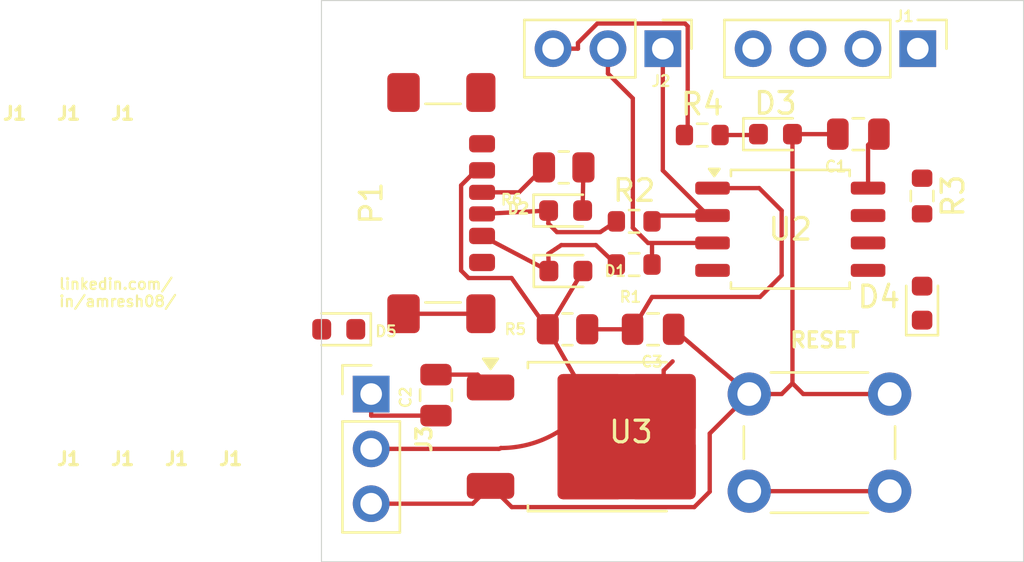
<source format=kicad_pcb>
(kicad_pcb (version 20240108) (generator "pcbnew") (generator_version "8.0")
  (layers (0 "F.Cu" signal) (31 "B.Cu" signal) (34 "B.Paste" user) (35 "F.Paste" user) (36 "B.SilkS" user "B.Silkscreen") (37 "F.SilkS" user "F.Silkscreen") (38 "B.Mask" user) (39 "F.Mask" user) (44 "Edge.Cuts" user))
  (net 0 "")
  (net 1 "/5V")
  (net 2 "Net-(U2-VCC)")
  (net 3 "/Vin")
  (net 4 "Net-(D5-K)")
  (net 5 "Net-(U2-~{RESET}{slash}PB5)")
  (net 6 "Net-(D1-K)")
  (net 7 "Net-(D2-K)")
  (net 8 "Net-(J2-Pin_1)")
  (net 9 "Net-(J2-Pin_2)")
  (net 10 "Net-(J1-Pin_2)")
  (net 11 "Net-(D4-A)")
  (net 12 "Net-(D3-K)")
  (net 13 "Net-(P1-CC)")
  (net 14 "Net-(J1-Pin_1)")
  (net 15 "Net-(J1-Pin_3)")
  (net 16 "Net-(D5-A)")
  (net 17 "/B9")
  (footprint "Package_TO_SOT_SMD:TO-252-2" (layer "F.Cu") (at 145.565 107.475)
    (property "Reference" "U3" (at 1.46 -0.22 0) (layer "F.SilkS"))
    (property "Value" "MC78M05_TO252" (hide yes))
    (fp_line (start -3.31 -3.45) (end -3.31 -3.18) (stroke (width 0.12)) (layer "F.SilkS"))
    (fp_line (start -3.31 3.45) (end -3.31 3.18) (stroke (width 0.12)) (layer "F.SilkS"))
    (fp_line (start 3.11 -3.45) (end -3.31 -3.45) (stroke (width 0.12)) (layer "F.SilkS"))
    (fp_line (start 3.11 3.45) (end -3.31 3.45) (stroke (width 0.12)) (layer "F.SilkS"))
    (fp_poly (pts (xy -5.04 -3.14) (xy -5.38 -3.61) (xy -4.7 -3.61) (xy -5.04 -3.14)) (stroke (width 0.12)) (fill solid) (layer "F.SilkS"))
    (pad "1" smd roundrect (at -5.04 -2.28) (size 2.2 1.2) (layers "F.Cu" "F.Paste" "F.Mask") (roundrect_rratio 0.208333) (net 4 "Net-(D5-K)"))
    (pad "2" smd roundrect (at -0.415 -1.525) (size 3.05 2.75) (layers "F.Cu" "F.Paste") (roundrect_rratio 0.090909) (net 17 "/B9"))
    (pad "2" smd roundrect (at -0.415 1.525) (size 3.05 2.75) (layers "F.Cu" "F.Paste") (roundrect_rratio 0.090909) (net 17 "/B9"))
    (pad "2" smd roundrect (at 1.26 0) (size 6.4 5.8) (layers "F.Cu" "F.Mask") (roundrect_rratio 0.043103) (net 17 "/B9"))
    (pad "2" smd roundrect (at 2.935 -1.525) (size 3.05 2.75) (layers "F.Cu" "F.Paste") (roundrect_rratio 0.090909) (net 17 "/B9"))
    (pad "2" smd roundrect (at 2.935 1.525) (size 3.05 2.75) (layers "F.Cu" "F.Paste") (roundrect_rratio 0.090909) (net 17 "/B9"))
    (pad "3" smd roundrect (at -5.04 2.28) (size 2.2 1.2) (layers "F.Cu" "F.Paste" "F.Mask") (roundrect_rratio 0.208333) (net 1 "/5V"))
  )
  (footprint "LED_SMD:LED_0603_1608Metric" (layer "F.Cu") (at 160.5 101.2875 90)
    (property "Reference" "D4" (at 0.2875 -2 360) (layer "F.SilkS"))
    (property "Value" "ONBOARD BLUE LED" (hide yes))
    (fp_line (start 0.8 -0.735) (end -1.485 -0.735) (stroke (width 0.12)) (layer "F.SilkS"))
    (fp_line (start -1.485 -0.735) (end -1.485 0.735) (stroke (width 0.12)) (layer "F.SilkS"))
    (fp_line (start -1.485 0.735) (end 0.8 0.735) (stroke (width 0.12)) (layer "F.SilkS"))
    (pad "1" smd roundrect (at -0.7875 0 90) (size 0.875 0.95) (layers "F.Cu" "F.Paste" "F.Mask") (net 17 "/B9"))
    (pad "2" smd roundrect (at 0.7875 0 90) (size 0.875 0.95) (layers "F.Cu" "F.Paste" "F.Mask") (net 11 "Net-(D4-A)"))
  )
  (footprint "Diode_SMD:D_0603_1608Metric" (layer "F.Cu") (at 144.0125 99.8)
    (property "Reference" "D1" (at 2.2875 0 360) (layer "F.SilkS") (effects (font (size 0.5 0.5) (thickness 0.1) (bold yes))))
    (property "Value" "3.6V" (hide yes))
    (fp_line (start -1.485 -0.735) (end -1.485 0.735) (stroke (width 0.12)) (layer "F.SilkS"))
    (fp_line (start -1.485 0.735) (end 0.8 0.735) (stroke (width 0.12)) (layer "F.SilkS"))
    (fp_line (start 0.8 -0.735) (end -1.485 -0.735) (stroke (width 0.12)) (layer "F.SilkS"))
    (pad "1" smd roundrect (at -0.7875 0) (size 0.875 0.95) (layers "F.Cu" "F.Paste" "F.Mask") (net 6 "Net-(D1-K)"))
    (pad "2" smd roundrect (at 0.7875 0) (size 0.875 0.95) (layers "F.Cu" "F.Paste" "F.Mask") (net 17 "/B9"))
  )
  (footprint "Capacitor_SMD:C_0805_2012Metric" (layer "F.Cu") (at 148.05 102.5)
    (property "Reference" "C3" (at -0.05 1.5 0) (layer "F.SilkS") (effects (font (size 0.5 0.5) (thickness 0.1) (bold yes))))
    (property "Value" "0.1uF" (hide yes))
    (fp_line (start -0.261252 -0.735) (end 0.261252 -0.735) (stroke (width 0.12)) (layer "F.SilkS"))
    (fp_line (start -0.261252 0.735) (end 0.261252 0.735) (stroke (width 0.12)) (layer "F.SilkS"))
    (pad "1" smd roundrect (at -0.95 0) (size 1 1.45) (layers "F.Cu" "F.Paste" "F.Mask") (net 5 "Net-(U2-~{RESET}{slash}PB5)"))
    (pad "2" smd roundrect (at 0.95 0) (size 1 1.45) (layers "F.Cu" "F.Paste" "F.Mask") (net 1 "/5V"))
  )
  (footprint "Resistor_SMD:R_0805_2012Metric" (layer "F.Cu") (at 143.9125 95)
    (property "Reference" "R6" (at -2.4125 1.5 0) (layer "F.SilkS") (effects (font (size 0.5 0.5) (thickness 0.1) (bold yes))))
    (property "Value" "5.1kR" (hide yes))
    (fp_line (start -0.227064 -0.735) (end 0.227064 -0.735) (stroke (width 0.12)) (layer "F.SilkS"))
    (fp_line (start -0.227064 0.735) (end 0.227064 0.735) (stroke (width 0.12)) (layer "F.SilkS"))
    (pad "1" smd roundrect (at -0.9125 0) (size 1.025 1.4) (layers "F.Cu" "F.Paste" "F.Mask") (roundrect_rratio 0.243902) (net 13 "Net-(P1-CC)"))
    (pad "2" smd roundrect (at 0.9125 0) (size 1.025 1.4) (layers "F.Cu" "F.Paste" "F.Mask") (roundrect_rratio 0.243902) (net 17 "/B9"))
  )
  (footprint "Diode_SMD:D_0603_1608Metric" (layer "F.Cu") (at 144 97)
    (property "Reference" "D2" (at -2.1875 -0.095 360) (layer "F.SilkS") (effects (font (size 0.5 0.5) (thickness 0.125))))
    (property "Value" "3.6V" (hide yes))
    (fp_line (start -1.485 -0.735) (end -1.485 0.735) (stroke (width 0.12)) (layer "F.SilkS"))
    (fp_line (start -1.485 0.735) (end 0.8 0.735) (stroke (width 0.12)) (layer "F.SilkS"))
    (fp_line (start 0.8 -0.735) (end -1.485 -0.735) (stroke (width 0.12)) (layer "F.SilkS"))
    (pad "1" smd roundrect (at -0.7875 0) (size 0.875 0.95) (layers "F.Cu" "F.Paste" "F.Mask") (net 7 "Net-(D2-K)"))
    (pad "2" smd roundrect (at 0.7875 0) (size 0.875 0.95) (layers "F.Cu" "F.Paste" "F.Mask") (net 17 "/B9"))
  )
  (footprint "Resistor_SMD:R_0603_1608Metric" (layer "F.Cu") (at 147.175 99.5)
    (property "Reference" "R1" (at -0.175 1.5 0) (layer "F.SilkS") (effects (font (size 0.5 0.5) (thickness 0.1) (bold yes))))
    (property "Value" "68R" (hide yes))
    (fp_line (start -0.237258 -0.5225) (end 0.237258 -0.5225) (stroke (width 0.12)) (layer "F.SilkS"))
    (fp_line (start -0.237258 0.5225) (end 0.237258 0.5225) (stroke (width 0.12)) (layer "F.SilkS"))
    (pad "1" smd roundrect (at -0.825 0) (size 0.8 0.95) (layers "F.Cu" "F.Paste" "F.Mask") (net 6 "Net-(D1-K)"))
    (pad "2" smd roundrect (at 0.825 0) (size 0.8 0.95) (layers "F.Cu" "F.Paste" "F.Mask") (net 9 "Net-(J2-Pin_2)"))
  )
  (footprint "Resistor_SMD:R_0603_1608Metric" (layer "F.Cu") (at 147.175 97.5)
    (property "Reference" "R2" (at 0 -1.43 0) (layer "F.SilkS"))
    (property "Value" "68R" (hide yes))
    (fp_line (start -0.237258 -0.5225) (end 0.237258 -0.5225) (stroke (width 0.12)) (layer "F.SilkS"))
    (fp_line (start -0.237258 0.5225) (end 0.237258 0.5225) (stroke (width 0.12)) (layer "F.SilkS"))
    (pad "1" smd roundrect (at -0.825 0) (size 0.8 0.95) (layers "F.Cu" "F.Paste" "F.Mask") (net 7 "Net-(D2-K)"))
    (pad "2" smd roundrect (at 0.825 0) (size 0.8 0.95) (layers "F.Cu" "F.Paste" "F.Mask") (net 8 "Net-(J2-Pin_1)"))
  )
  (footprint "Resistor_SMD:R_0603_1608Metric" (layer "F.Cu") (at 150.325 93.5)
    (property "Reference" "R4" (at 0 -1.43 0) (layer "F.SilkS"))
    (property "Value" "220R" (hide yes))
    (fp_line (start -0.237258 -0.5225) (end 0.237258 -0.5225) (stroke (width 0.12)) (layer "F.SilkS"))
    (fp_line (start -0.237258 0.5225) (end 0.237258 0.5225) (stroke (width 0.12)) (layer "F.SilkS"))
    (pad "1" smd roundrect (at -0.825 0) (size 0.8 0.95) (layers "F.Cu" "F.Paste" "F.Mask") (net 17 "/B9"))
    (pad "2" smd roundrect (at 0.825 0) (size 0.8 0.95) (layers "F.Cu" "F.Paste" "F.Mask") (net 12 "Net-(D3-K)"))
  )
  (footprint "Diode_SMD:D_0603_1608Metric" (layer "F.Cu") (at 133.5 102.5 180)
    (property "Reference" "D5" (at -2.1875 -0.095 0) (layer "F.SilkS") (effects (font (size 0.5 0.5) (thickness 0.1) (bold yes))))
    (property "Value" "D_Schottky" (hide yes))
    (fp_line (start 0.8 -0.735) (end -1.485 -0.735) (stroke (width 0.12)) (layer "F.SilkS"))
    (fp_line (start -1.485 0.735) (end 0.8 0.735) (stroke (width 0.12)) (layer "F.SilkS"))
    (fp_line (start -1.485 -0.735) (end -1.485 0.735) (stroke (width 0.12)) (layer "F.SilkS"))
    (pad "1" smd roundrect (at -0.7875 0 180) (size 0.875 0.95) (layers "F.Cu" "F.Paste" "F.Mask") (net 4 "Net-(D5-K)"))
    (pad "2" smd roundrect (at 0.7875 0 180) (size 0.875 0.95) (layers "F.Cu" "F.Paste" "F.Mask") (net 16 "Net-(D5-A)"))
  )
  (footprint "Package_SO:SOIC-8_5.275x5.275mm_P1.27mm" (layer "F.Cu") (at 154.4 97.865)
    (property "Reference" "U2" (at 0 0 0) (layer "F.SilkS"))
    (property "Value" "ATtiny85-20S" (hide yes))
    (fp_line (start -2.7475 -2.7475) (end -2.7475 -2.465) (stroke (width 0.12)) (layer "F.SilkS"))
    (fp_line (start -2.7475 2.7475) (end -2.7475 2.465) (stroke (width 0.12)) (layer "F.SilkS"))
    (fp_line (start 0 -2.7475) (end -2.7475 -2.7475) (stroke (width 0.12)) (layer "F.SilkS"))
    (fp_line (start 0 -2.7475) (end 2.7475 -2.7475) (stroke (width 0.12)) (layer "F.SilkS"))
    (fp_line (start 0 2.7475) (end -2.7475 2.7475) (stroke (width 0.12)) (layer "F.SilkS"))
    (fp_line (start 0 2.7475) (end 2.7475 2.7475) (stroke (width 0.12)) (layer "F.SilkS"))
    (fp_line (start 2.7475 -2.7475) (end 2.7475 -2.465) (stroke (width 0.12)) (layer "F.SilkS"))
    (fp_line (start 2.7475 2.7475) (end 2.7475 2.465) (stroke (width 0.12)) (layer "F.SilkS"))
    (fp_poly (pts (xy -3.51875 -2.465) (xy -3.75875 -2.795) (xy -3.27875 -2.795) (xy -3.51875 -2.465)) (stroke (width 0.12)) (fill solid) (layer "F.SilkS"))
    (pad "1" smd roundrect (at -3.6 -1.905) (size 1.6 0.6) (layers "F.Cu" "F.Paste" "F.Mask") (net 5 "Net-(U2-~{RESET}{slash}PB5)"))
    (pad "2" smd roundrect (at -3.6 -0.635) (size 1.6 0.6) (layers "F.Cu" "F.Paste" "F.Mask") (net 8 "Net-(J2-Pin_1)"))
    (pad "3" smd roundrect (at -3.6 0.635) (size 1.6 0.6) (layers "F.Cu" "F.Paste" "F.Mask") (net 9 "Net-(J2-Pin_2)"))
    (pad "4" smd roundrect (at -3.6 1.905) (size 1.6 0.6) (layers "F.Cu" "F.Paste" "F.Mask") (net 17 "/B9"))
    (pad "5" smd roundrect (at 3.6 1.905) (size 1.6 0.6) (layers "F.Cu" "F.Paste" "F.Mask") (net 14 "Net-(J1-Pin_1)"))
    (pad "6" smd roundrect (at 3.6 0.635) (size 1.6 0.6) (layers "F.Cu" "F.Paste" "F.Mask") (net 10 "Net-(J1-Pin_2)"))
    (pad "7" smd roundrect (at 3.6 -0.635) (size 1.6 0.6) (layers "F.Cu" "F.Paste" "F.Mask") (net 15 "Net-(J1-Pin_3)"))
    (pad "8" smd roundrect (at 3.6 -1.905) (size 1.6 0.6) (layers "F.Cu" "F.Paste" "F.Mask") (net 2 "Net-(U2-VCC)"))
  )
  (footprint "Connector_PinHeader_2.54mm:PinHeader_1x04_P2.54mm_Vertical" (layer "F.Cu") (at 160.3 89.5 -90)
    (property "Reference" "J1" (at -1.5 0.62 360) (layer "F.SilkS") (effects (font (size 0.5 0.5) (thickness 0.1) (bold yes))))
    (property "Value" "Conn_01x04" (hide yes))
    (fp_line (start -1.33 8.95) (end 1.33 8.95) (stroke (width 0.12)) (layer "F.SilkS"))
    (fp_line (start -1.33 1.27) (end -1.33 8.95) (stroke (width 0.12)) (layer "F.SilkS"))
    (fp_line (start -1.33 1.27) (end 1.33 1.27) (stroke (width 0.12)) (layer "F.SilkS"))
    (fp_line (start 1.33 1.27) (end 1.33 8.95) (stroke (width 0.12)) (layer "F.SilkS"))
    (fp_line (start -1.33 0) (end -1.33 -1.33) (stroke (width 0.12)) (layer "F.SilkS"))
    (fp_line (start -1.33 -1.33) (end 0 -1.33) (stroke (width 0.12)) (layer "F.SilkS"))
    (pad "1" thru_hole rect (at 0 0 270) (size 1.7 1.7) (drill 1) (layers "*.Cu" "*.Mask") (net 14 "Net-(J1-Pin_1)"))
    (pad "2" thru_hole oval (at 0 2.54 270) (size 1.7 1.7) (drill 1) (layers "*.Cu" "*.Mask") (net 10 "Net-(J1-Pin_2)"))
    (pad "3" thru_hole oval (at 0 5.08 270) (size 1.7 1.7) (drill 1) (layers "*.Cu" "*.Mask") (net 15 "Net-(J1-Pin_3)"))
    (pad "4" thru_hole oval (at 0 7.62 270) (size 1.7 1.7) (drill 1) (layers "*.Cu" "*.Mask") (net 17 "/B9"))
  )
  (footprint "Resistor_SMD:R_0805_2012Metric" (layer "F.Cu") (at 144.0875 102.5 180)
    (property "Reference" "R5" (at 2.4125 0 0) (layer "F.SilkS") (effects (font (size 0.5 0.5) (thickness 0.1) (bold yes))))
    (property "Value" "10kR" (hide yes))
    (fp_line (start -0.227064 0.735) (end 0.227064 0.735) (stroke (width 0.12)) (layer "F.SilkS"))
    (fp_line (start -0.227064 -0.735) (end 0.227064 -0.735) (stroke (width 0.12)) (layer "F.SilkS"))
    (pad "1" smd roundrect (at -0.9125 0 180) (size 1.025 1.4) (layers "F.Cu" "F.Paste" "F.Mask") (roundrect_rratio 0.243902) (net 5 "Net-(U2-~{RESET}{slash}PB5)"))
    (pad "2" smd roundrect (at 0.9125 0 180) (size 1.025 1.4) (layers "F.Cu" "F.Paste" "F.Mask") (roundrect_rratio 0.243902) (net 17 "/B9"))
  )
  (footprint "Connector_PinHeader_2.54mm:PinHeader_1x03_P2.54mm_Vertical" (layer "F.Cu") (at 148.5 89.5 -90)
    (property "Reference" "J2" (at 1.5 0.08 0) (layer "F.SilkS") (effects (font (size 0.5 0.5) (thickness 0.1) (bold yes))))
    (property "Value" "Conn_01x03" (hide yes))
    (fp_line (start -1.33 6.41) (end 1.33 6.41) (stroke (width 0.12)) (layer "F.SilkS"))
    (fp_line (start -1.33 1.27) (end -1.33 6.41) (stroke (width 0.12)) (layer "F.SilkS"))
    (fp_line (start -1.33 1.27) (end 1.33 1.27) (stroke (width 0.12)) (layer "F.SilkS"))
    (fp_line (start 1.33 1.27) (end 1.33 6.41) (stroke (width 0.12)) (layer "F.SilkS"))
    (fp_line (start -1.33 0) (end -1.33 -1.33) (stroke (width 0.12)) (layer "F.SilkS"))
    (fp_line (start -1.33 -1.33) (end 0 -1.33) (stroke (width 0.12)) (layer "F.SilkS"))
    (pad "1" thru_hole rect (at 0 0 270) (size 1.7 1.7) (drill 1) (layers "*.Cu" "*.Mask") (net 8 "Net-(J2-Pin_1)"))
    (pad "2" thru_hole oval (at 0 2.54 270) (size 1.7 1.7) (drill 1) (layers "*.Cu" "*.Mask") (net 9 "Net-(J2-Pin_2)"))
    (pad "3" thru_hole oval (at 0 5.08 270) (size 1.7 1.7) (drill 1) (layers "*.Cu" "*.Mask") (net 17 "/B9"))
  )
  (footprint "Capacitor_SMD:C_0805_2012Metric" (layer "F.Cu") (at 157.55 93.46 180)
    (property "Reference" "C1" (at 1.05 -1.5 0) (layer "F.SilkS") (effects (font (size 0.5 0.5) (thickness 0.1) (bold yes))))
    (property "Value" "0.1uF" (hide yes))
    (fp_line (start -0.261252 0.735) (end 0.261252 0.735) (stroke (width 0.12)) (layer "F.SilkS"))
    (fp_line (start -0.261252 -0.735) (end 0.261252 -0.735) (stroke (width 0.12)) (layer "F.SilkS"))
    (pad "1" smd roundrect (at -0.95 0 180) (size 1 1.45) (layers "F.Cu" "F.Paste" "F.Mask") (net 2 "Net-(U2-VCC)"))
    (pad "2" smd roundrect (at 0.95 0 180) (size 1 1.45) (layers "F.Cu" "F.Paste" "F.Mask") (net 1 "/5V"))
  )
  (footprint "Button_Switch_THT:SW_PUSH_6mm_H4.3mm" (layer "F.Cu") (at 159 110 180)
    (property "Reference" "SW1" (hide yes))
    (property "Value" "RESET" (at 3 7 0) (layer "F.SilkS") (effects (font (size 0.7 0.7))))
    (fp_line (start 6.75 3) (end 6.75 1.5) (stroke (width 0.12)) (layer "F.SilkS"))
    (fp_line (start 5.5 -1) (end 1 -1) (stroke (width 0.12)) (layer "F.SilkS"))
    (fp_line (start 1 5.5) (end 5.5 5.5) (stroke (width 0.12)) (layer "F.SilkS"))
    (fp_line (start -0.25 1.5) (end -0.25 3) (stroke (width 0.12)) (layer "F.SilkS"))
    (pad "1" thru_hole circle (at 0 0 270) (size 2 2) (drill 1.1) (layers "*.Cu" "*.Mask") (net 5 "Net-(U2-~{RESET}{slash}PB5)"))
    (pad "1" thru_hole circle (at 6.5 0 270) (size 2 2) (drill 1.1) (layers "*.Cu" "*.Mask") (net 5 "Net-(U2-~{RESET}{slash}PB5)"))
    (pad "2" thru_hole circle (at 0 4.5 270) (size 2 2) (drill 1.1) (layers "*.Cu" "*.Mask") (net 1 "/5V"))
    (pad "2" thru_hole circle (at 6.5 4.5 270) (size 2 2) (drill 1.1) (layers "*.Cu" "*.Mask") (net 1 "/5V"))
  )
  (footprint "Connector_PinHeader_2.54mm:PinHeader_1x03_P2.54mm_Vertical" (layer "F.Cu") (at 135 105.5)
    (property "Reference" "J3" (at 2.45 2.08 90) (layer "F.SilkS") (effects (font (size 0.7 0.7))))
    (property "Value" "Conn_01x03" (hide yes))
    (fp_line (start -1.33 -1.33) (end 0 -1.33) (stroke (width 0.12)) (layer "F.SilkS"))
    (fp_line (start -1.33 0) (end -1.33 -1.33) (stroke (width 0.12)) (layer "F.SilkS"))
    (fp_line (start -1.33 1.27) (end -1.33 6.41) (stroke (width 0.12)) (layer "F.SilkS"))
    (fp_line (start -1.33 1.27) (end 1.33 1.27) (stroke (width 0.12)) (layer "F.SilkS"))
    (fp_line (start -1.33 6.41) (end 1.33 6.41) (stroke (width 0.12)) (layer "F.SilkS"))
    (fp_line (start 1.33 1.27) (end 1.33 6.41) (stroke (width 0.12)) (layer "F.SilkS"))
    (pad "1" thru_hole rect (at 0 0) (size 1.7 1.7) (drill 1) (layers "*.Cu" "*.Mask") (net 3 "/Vin"))
    (pad "2" thru_hole oval (at 0 2.54) (size 1.7 1.7) (drill 1) (layers "*.Cu" "*.Mask") (net 17 "/B9"))
    (pad "3" thru_hole oval (at 0 5.08) (size 1.7 1.7) (drill 1) (layers "*.Cu" "*.Mask") (net 1 "/5V"))
  )
  (footprint "Resistor_SMD:R_0603_1608Metric" (layer "F.Cu") (at 160.5 96.325 -90)
    (property "Reference" "R3" (at 0 -1.43 90) (layer "F.SilkS"))
    (property "Value" "330R" (hide yes))
    (fp_line (start -0.237258 0.5225) (end 0.237258 0.5225) (stroke (width 0.12)) (layer "F.SilkS"))
    (fp_line (start -0.237258 -0.5225) (end 0.237258 -0.5225) (stroke (width 0.12)) (layer "F.SilkS"))
    (pad "1" smd roundrect (at -0.825 0 270) (size 0.8 0.95) (layers "F.Cu" "F.Paste" "F.Mask") (net 14 "Net-(J1-Pin_1)"))
    (pad "2" smd roundrect (at 0.825 0 270) (size 0.8 0.95) (layers "F.Cu" "F.Paste" "F.Mask") (net 11 "Net-(D4-A)"))
  )
  (footprint "Capacitor_SMD:C_0805_2012Metric" (layer "F.Cu") (at 138 105.55 -90)
    (property "Reference" "C2" (at 0.1 1.405 90) (layer "F.SilkS") (effects (font (size 0.5 0.5) (thickness 0.1) (bold yes))))
    (property "Value" "10uF" (hide yes))
    (fp_line (start -0.261252 0.735) (end 0.261252 0.735) (stroke (width 0.12)) (layer "F.SilkS"))
    (fp_line (start -0.261252 -0.735) (end 0.261252 -0.735) (stroke (width 0.12)) (layer "F.SilkS"))
    (pad "1" smd roundrect (at -0.95 0 270) (size 1 1.45) (layers "F.Cu" "F.Paste" "F.Mask") (net 4 "Net-(D5-K)"))
    (pad "2" smd roundrect (at 0.95 0 270) (size 1 1.45) (layers "F.Cu" "F.Paste" "F.Mask") (net 3 "/Vin"))
  )
  (footprint "Connector_USB:USB_C_Receptacle_GCT_USB4135-GF-A_6P_TopMnt_Horizontal" (layer "F.Cu") (at 137.1 96.655 -90)
    (property "Reference" "P1" (at 0 2.1 90) (layer "F.SilkS"))
    (property "Value" "USB_C_Plug_USB2.0" (hide yes))
    (fp_line (start -4.6 -2.04) (end -4.6 -0.41) (stroke (width 0.12)) (layer "F.SilkS"))
    (fp_line (start 4.6 -2.04) (end 4.6 -0.41) (stroke (width 0.12)) (layer "F.SilkS"))
    (pad "A5" smd roundrect (at -0.5 -3.0325 270) (size 0.7 1.2) (layers "F.Cu" "F.Paste" "F.Mask") (net 13 "Net-(P1-CC)"))
    (pad "A6" smd roundrect (at 1.52 -3.0325 90) (size 0.76 1.2) (layers "F.Cu" "F.Paste" "F.Mask") (net 6 "Net-(D1-K)"))
    (pad "A7" smd roundrect (at 0.5 -3.0325 90) (size 0.7 1.2) (layers "F.Cu" "F.Paste" "F.Mask") (net 7 "Net-(D2-K)"))
    (pad "A12" smd roundrect (at 2.75 -3.0325 90) (size 0.8 1.2) (layers "F.Cu" "F.Paste" "F.Mask"))
    (pad "B5" smd roundrect (at -2.75 -3.0325 270) (size 0.8 1.2) (layers "F.Cu" "F.Paste" "F.Mask") (net 16 "Net-(D5-A)"))
    (pad "S1" smd roundrect (at -5.125 -2.9775 270) (size 1.8 1.35) (layers "F.Cu" "F.Paste" "F.Mask") (roundrect_rratio 0.1851851852) (net 17 "/B9"))
    (pad "S1" smd roundrect (at -5.125 0.6025 270) (size 1.8 1.5) (layers "F.Cu" "F.Paste" "F.Mask") (roundrect_rratio 0.1666666667) (net 17 "/B9"))
    (pad "S1" smd roundrect (at -1.52 -3.0325 270) (size 0.76 1.2) (layers "F.Cu" "F.Paste" "F.Mask") (net 17 "/B9"))
    (pad "S1" smd roundrect (at 5.125 -2.9775 270) (size 1.8 1.35) (layers "F.Cu" "F.Paste" "F.Mask") (roundrect_rratio 0.1851851852) (net 17 "/B9"))
    (pad "S1" smd roundrect (at 5.125 0.6025 270) (size 1.8 1.5) (layers "F.Cu" "F.Paste" "F.Mask") (roundrect_rratio 0.1666666667) (net 17 "/B9"))
  )
  (footprint "LED_SMD:LED_0603_1608Metric" (layer "F.Cu") (at 153.7125 93.46)
    (property "Reference" "D3" (at 0 -1.43 0) (layer "F.SilkS"))
    (property "Value" "LED" (hide yes))
    (fp_line (start -1.485 -0.735) (end -1.485 0.735) (stroke (width 0.12)) (layer "F.SilkS"))
    (fp_line (start -1.485 0.735) (end 0.8 0.735) (stroke (width 0.12)) (layer "F.SilkS"))
    (fp_line (start 0.8 -0.735) (end -1.485 -0.735) (stroke (width 0.12)) (layer "F.SilkS"))
    (pad "1" smd roundrect (at -0.7875 0) (size 0.875 0.95) (layers "F.Cu" "F.Paste" "F.Mask") (net 12 "Net-(D3-K)"))
    (pad "2" smd roundrect (at 0.7875 0) (size 0.875 0.95) (layers "F.Cu" "F.Paste" "F.Mask") (net 1 "/5V"))
  )
  (gr_rect (start 132.7 87.27) (end 165.2 113.27) (stroke (width 0.05)) (fill none) (layer "Edge.Cuts"))
  (gr_text "J1" (at 118.5 92.5 0) (layer "F.SilkS") (effects (font (size 0.6 0.6))))
  (gr_text "J1" (at 121 92.5 0) (layer "F.SilkS") (effects (font (size 0.6 0.6))))
  (gr_text "J1" (at 123.5 108.5 0) (layer "F.SilkS") (effects (font (size 0.6 0.6))))
  (gr_text "J1" (at 121 108.5 0) (layer "F.SilkS") (effects (font (size 0.6 0.6))))
  (gr_text "J1" (at 126 108.5 0) (layer "F.SilkS") (effects (font (size 0.6 0.6))))
  (gr_text "J1" (at 128.5 108.5 0) (layer "F.SilkS") (effects (font (size 0.6 0.6))))
  (gr_text "J1" (at 123.5 92.5 0) (layer "F.SilkS") (effects (font (size 0.6 0.6))))
  (gr_text "linkedin.com/\nin/amresh08/" (at 120.5 101.5 0) (layer "F.SilkS") (effects (font (size 0.5 0.5) (thickness 0.1)) (justify left bottom)))
  (segment (start 149 102.5) (end 152.5 105.5) (width 0.2) (layer "F.Cu") (net 1))
  (segment (start 156.6 93.46) (end 154.5 93.46) (width 0.2) (layer "F.Cu") (net 1))
  (segment (start 135 110.58) (end 139.7 110.58) (width 0.2) (layer "F.Cu") (net 1))
  (segment (start 141.5074 110.7374) (end 140.525 109.755) (width 0.2) (layer "F.Cu") (net 1))
  (segment (start 152.5 105.5) (end 150.6704 107.3296) (width 0.2) (layer "F.Cu") (net 1))
  (segment (start 154.5 105) (end 154 105.5) (width 0.2) (layer "F.Cu") (net 1))
  (segment (start 154.5 93.46) (end 154.5 105) (width 0.2) (layer "F.Cu") (net 1))
  (segment (start 139.7 110.58) (end 140.525 109.755) (width 0.2) (layer "F.Cu") (net 1))
  (segment (start 150.6704 107.3296) (end 150.6704 110.0227) (width 0.2) (layer "F.Cu") (net 1))
  (segment (start 154.5 105) (end 155 105.5) (width 0.2) (layer "F.Cu") (net 1))
  (segment (start 155 105.5) (end 159 105.5) (width 0.2) (layer "F.Cu") (net 1))
  (segment (start 149.9557 110.7374) (end 141.5074 110.7374) (width 0.2) (layer "F.Cu") (net 1))
  (segment (start 150.6704 110.0227) (end 149.9557 110.7374) (width 0.2) (layer "F.Cu") (net 1))
  (segment (start 154 105.5) (end 152.5 105.5) (width 0.2) (layer "F.Cu") (net 1))
  (segment (start 158.5 93.46) (end 158 93.96) (width 0.2) (layer "F.Cu") (net 2))
  (segment (start 158 93.96) (end 158 95.96) (width 0.2) (layer "F.Cu") (net 2))
  (segment (start 138 106.5) (end 135 106.5) (width 0.2) (layer "F.Cu") (net 3))
  (segment (start 135 106.5) (end 135 105.5) (width 0.2) (layer "F.Cu") (net 3))
  (segment (start 139.93 104.6) (end 138 104.6) (width 0.2) (layer "F.Cu") (net 4))
  (segment (start 140.525 105.195) (end 139.93 104.6) (width 0.2) (layer "F.Cu") (net 4))
  (segment (start 154 97) (end 154 100) (width 0.2) (layer "F.Cu") (net 5))
  (segment (start 154 100) (end 153 101) (width 0.2) (layer "F.Cu") (net 5))
  (segment (start 148 101) (end 147.1 102.5) (width 0.2) (layer "F.Cu") (net 5))
  (segment (start 159 110) (end 152.5 110) (width 0.2) (layer "F.Cu") (net 5))
  (segment (start 145 102.5) (end 147.1 102.5) (width 0.2) (layer "F.Cu") (net 5))
  (segment (start 153 101) (end 148 101) (width 0.2) (layer "F.Cu") (net 5))
  (segment (start 150.8 95.96) (end 152.96 95.96) (width 0.2) (layer "F.Cu") (net 5))
  (segment (start 152.96 95.96) (end 154 97) (width 0.2) (layer "F.Cu") (net 5))
  (segment (start 143.8 98.6) (end 143.2 99) (width 0.2) (layer "F.Cu") (net 6))
  (segment (start 146.35 99.5) (end 145.4 98.6) (width 0.2) (layer "F.Cu") (net 6))
  (segment (start 145.4 98.6) (end 143.8 98.6) (width 0.2) (layer "F.Cu") (net 6))
  (segment (start 143.2 99) (end 143.225 99.8) (width 0.2) (layer "F.Cu") (net 6))
  (segment (start 140.1325 98.175) (end 143.225 99.8) (width 0.2) (layer "F.Cu") (net 6))
  (segment (start 140.3481 96.9394) (end 140.1325 97.155) (width 0.2) (layer "F.Cu") (net 7))
  (segment (start 143.2125 97) (end 143.2 97.6) (width 0.2) (layer "F.Cu") (net 7))
  (segment (start 143.6 98) (end 145.6 98) (width 0.2) (layer "F.Cu") (net 7))
  (segment (start 145.6 98) (end 146.35 97.5) (width 0.2) (layer "F.Cu") (net 7))
  (segment (start 143.2 97.6) (end 143.6 98) (width 0.2) (layer "F.Cu") (net 7))
  (segment (start 140.1325 97.155) (end 143.2125 97) (width 0.2) (layer "F.Cu") (net 7))
  (segment (start 150.5878 97.23) (end 148.5 95.1422) (width 0.2) (layer "F.Cu") (net 8))
  (segment (start 150.6325 97.23) (end 148.27 97.23) (width 0.2) (layer "F.Cu") (net 8))
  (segment (start 148.27 97.23) (end 148 97.5) (width 0.2) (layer "F.Cu") (net 8))
  (segment (start 148.5 95.1422) (end 148.5 89.5) (width 0.2) (layer "F.Cu") (net 8))
  (segment (start 150.6325 97.23) (end 150.5878 97.23) (width 0.2) (layer "F.Cu") (net 8))
  (segment (start 150.8 97.23) (end 150.6325 97.23) (width 0.2) (layer "F.Cu") (net 8))
  (segment (start 147.1117 97.7974) (end 147.8143 98.5) (width 0.2) (layer "F.Cu") (net 9))
  (segment (start 147.8143 98.5) (end 148 98.5) (width 0.2) (layer "F.Cu") (net 9))
  (segment (start 145.96 90.6517) (end 147.1117 91.8034) (width 0.2) (layer "F.Cu") (net 9))
  (segment (start 148 98.5) (end 150.8 98.5) (width 0.2) (layer "F.Cu") (net 9))
  (segment (start 145.96 89.5) (end 145.96 90.6517) (width 0.2) (layer "F.Cu") (net 9))
  (segment (start 148 98.5) (end 148 99.5) (width 0.2) (layer "F.Cu") (net 9))
  (segment (start 147.1117 91.8034) (end 147.1117 97.7974) (width 0.2) (layer "F.Cu") (net 9))
  (segment (start 151.15 93.5) (end 152.885 93.5) (width 0.2) (layer "F.Cu") (net 12))
  (segment (start 152.885 93.5) (end 152.925 93.46) (width 0.2) (layer "F.Cu") (net 12))
  (segment (start 140.1325 96.155) (end 141.845 96.155) (width 0.2) (layer "F.Cu") (net 13))
  (segment (start 141.845 96.155) (end 143 95) (width 0.2) (layer "F.Cu") (net 13))
  (segment (start 146.825 107.475) (end 146.825 109) (width 0.2) (layer "F.Cu") (net 17))
  (segment (start 144.9785 106.391) (end 144.9785 106.1215) (width 0.2) (layer "F.Cu") (net 17))
  (segment (start 146.825 107.475) (end 146.0625 107.475) (width 0.2) (layer "F.Cu") (net 17))
  (segment (start 143.175 102.5) (end 145.15 105.95) (width 0.2) (layer "F.Cu") (net 17))
  (segment (start 139.8597 95.135) (end 139.1628 95.8319) (width 0.2) (layer "F.Cu") (net 17))
  (segment (start 146.825 109) (end 145.15 109) (width 0.2) (layer "F.Cu") (net 17))
  (segment (start 149.6517 88.4585) (end 149.5283 88.3351) (width 0.2) (layer "F.Cu") (net 17))
  (segment (start 140.2217 101.9242) (end 140.0775 101.78) (width 0.2) (layer "F.Cu") (net 17))
  (segment (start 144.5717 89.2315) (end 144.5717 89.5) (width 0.2) (layer "F.Cu") (net 17))
  (segment (start 149.6517 93.3483) (end 149.6517 88.4585) (width 0.2) (layer "F.Cu") (net 17))
  (segment (start 144.8 99.8) (end 143.175 102.5) (width 0.2) (layer "F.Cu") (net 17))
  (segment (start 144.825 95) (end 144.7875 97) (width 0.2) (layer "F.Cu") (net 17))
  (segment (start 139.1628 95.8319) (end 139.1628 99.7791) (width 0.2) (layer "F.Cu") (net 17))
  (segment (start 144.9785 106.1215) (end 145.15 105.95) (width 0.2) (layer "F.Cu") (net 17))
  (segment (start 149.5 93.5) (end 149.6517 93.3483) (width 0.2) (layer "F.Cu") (net 17))
  (segment (start 135 108.04) (end 140.903432 108.04) (width 0.2) (layer "F.Cu") (net 17))
  (segment (start 144.584924 106.515076) (end 145.15 105.95) (width 0.2) (layer "F.Cu") (net 17))
  (segment (start 148.5 109) (end 146.825 109) (width 0.2) (layer "F.Cu") (net 17))
  (segment (start 143.42 89.5) (end 144.5717 89.5) (width 0.2) (layer "F.Cu") (net 17))
  (segment (start 145.4681 88.3351) (end 144.5717 89.2315) (width 0.2) (layer "F.Cu") (net 17))
  (segment (start 148.5393 104.4) (end 148.9524 103.9869) (width 0.2) (layer "F.Cu") (net 17))
  (segment (start 148.5 105.95) (end 145.15 105.95) (width 0.2) (layer "F.Cu") (net 17))
  (segment (start 149.5283 88.3351) (end 145.4681 88.3351) (width 0.2) (layer "F.Cu") (net 17))
  (segment (start 141.5 100.1258) (end 143.175 102.5) (width 0.2) (layer "F.Cu") (net 17))
  (segment (start 148.5393 104.4) (end 148.5393 105.9107) (width 0.2) (layer "F.Cu") (net 17))
  (segment (start 139.5095 100.1258) (end 141.5 100.1258) (width 0.2) (layer "F.Cu") (net 17))
  (segment (start 148.5393 105.9107) (end 148.5 105.95) (width 0.2) (layer "F.Cu") (net 17))
  (segment (start 136.4975 101.78) (end 140.0775 101.78) (width 0.2) (layer "F.Cu") (net 17))
  (segment (start 139.1628 99.7791) (end 139.5095 100.1258) (width 0.2) (layer "F.Cu") (net 17))
  (segment (start 140.1325 95.135) (end 139.8597 95.135) (width 0.2) (layer "F.Cu") (net 17))
  (segment (start 146.0625 107.475) (end 144.9785 106.391) (width 0.2) (layer "F.Cu") (net 17))
  (arc (start 141 108) (mid 142.940147 107.614081) (end 144.584924 106.515076) (width 0.2) (layer "F.Cu") (net 17))
  (arc (start 140.903432 108.04) (mid 140.955694 108.029604) (end 141 108) (width 0.2) (layer "F.Cu") (net 17))
)
</source>
